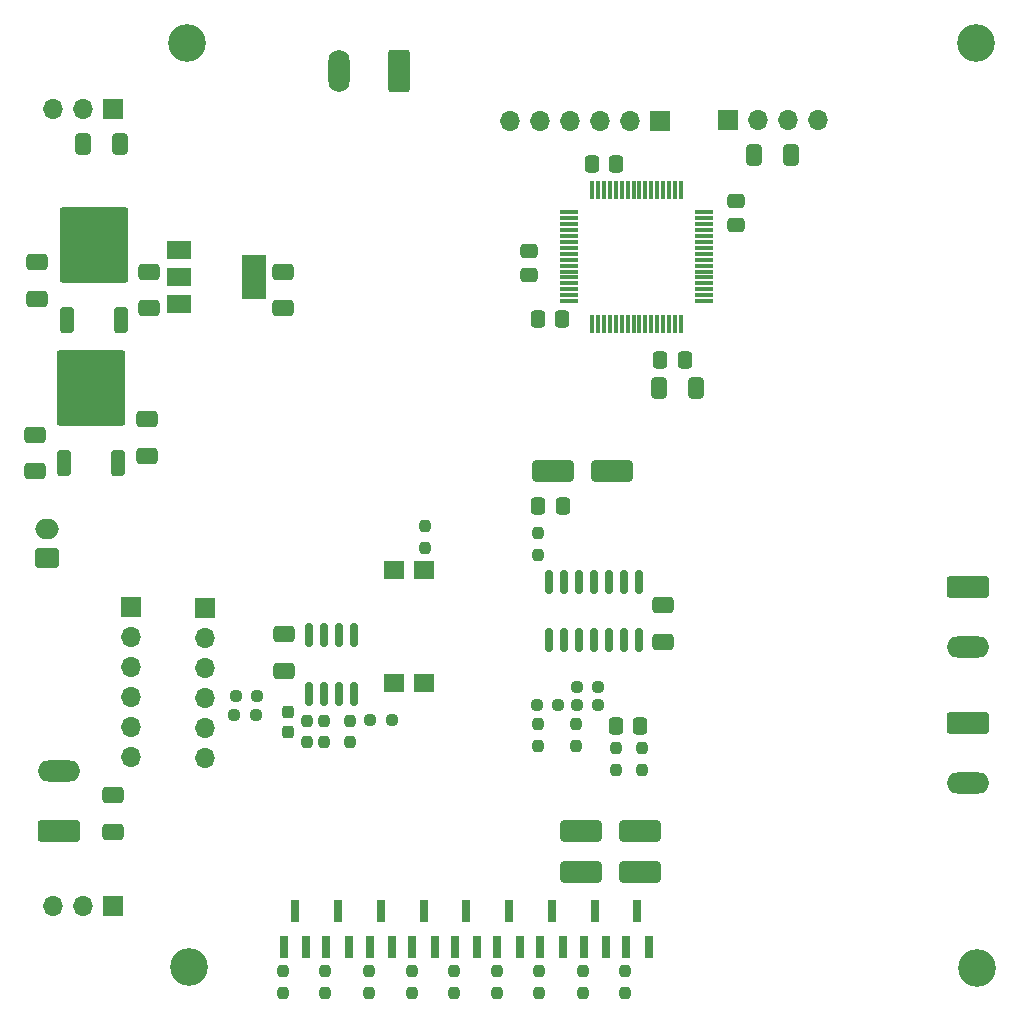
<source format=gbr>
%TF.GenerationSoftware,KiCad,Pcbnew,7.0.9*%
%TF.CreationDate,2024-06-22T09:01:39+05:30*%
%TF.ProjectId,BMS_LV_ADDON,424d535f-4c56-45f4-9144-444f4e2e6b69,rev?*%
%TF.SameCoordinates,Original*%
%TF.FileFunction,Soldermask,Top*%
%TF.FilePolarity,Negative*%
%FSLAX46Y46*%
G04 Gerber Fmt 4.6, Leading zero omitted, Abs format (unit mm)*
G04 Created by KiCad (PCBNEW 7.0.9) date 2024-06-22 09:01:39*
%MOMM*%
%LPD*%
G01*
G04 APERTURE LIST*
G04 Aperture macros list*
%AMRoundRect*
0 Rectangle with rounded corners*
0 $1 Rounding radius*
0 $2 $3 $4 $5 $6 $7 $8 $9 X,Y pos of 4 corners*
0 Add a 4 corners polygon primitive as box body*
4,1,4,$2,$3,$4,$5,$6,$7,$8,$9,$2,$3,0*
0 Add four circle primitives for the rounded corners*
1,1,$1+$1,$2,$3*
1,1,$1+$1,$4,$5*
1,1,$1+$1,$6,$7*
1,1,$1+$1,$8,$9*
0 Add four rect primitives between the rounded corners*
20,1,$1+$1,$2,$3,$4,$5,0*
20,1,$1+$1,$4,$5,$6,$7,0*
20,1,$1+$1,$6,$7,$8,$9,0*
20,1,$1+$1,$8,$9,$2,$3,0*%
G04 Aperture macros list end*
%ADD10R,1.700000X1.700000*%
%ADD11O,1.700000X1.700000*%
%ADD12RoundRect,0.250000X-0.412500X-0.650000X0.412500X-0.650000X0.412500X0.650000X-0.412500X0.650000X0*%
%ADD13RoundRect,0.250000X-0.337500X-0.475000X0.337500X-0.475000X0.337500X0.475000X-0.337500X0.475000X0*%
%ADD14RoundRect,0.075000X-0.700000X-0.075000X0.700000X-0.075000X0.700000X0.075000X-0.700000X0.075000X0*%
%ADD15RoundRect,0.075000X-0.075000X-0.700000X0.075000X-0.700000X0.075000X0.700000X-0.075000X0.700000X0*%
%ADD16RoundRect,0.250000X-0.475000X0.337500X-0.475000X-0.337500X0.475000X-0.337500X0.475000X0.337500X0*%
%ADD17RoundRect,0.250000X0.337500X0.475000X-0.337500X0.475000X-0.337500X-0.475000X0.337500X-0.475000X0*%
%ADD18RoundRect,0.237500X-0.237500X0.250000X-0.237500X-0.250000X0.237500X-0.250000X0.237500X0.250000X0*%
%ADD19RoundRect,0.237500X0.237500X-0.250000X0.237500X0.250000X-0.237500X0.250000X-0.237500X-0.250000X0*%
%ADD20RoundRect,0.237500X0.250000X0.237500X-0.250000X0.237500X-0.250000X-0.237500X0.250000X-0.237500X0*%
%ADD21RoundRect,0.237500X-0.250000X-0.237500X0.250000X-0.237500X0.250000X0.237500X-0.250000X0.237500X0*%
%ADD22RoundRect,0.250000X-1.500000X-0.650000X1.500000X-0.650000X1.500000X0.650000X-1.500000X0.650000X0*%
%ADD23RoundRect,0.150000X0.150000X-0.825000X0.150000X0.825000X-0.150000X0.825000X-0.150000X-0.825000X0*%
%ADD24RoundRect,0.250000X0.650000X-0.412500X0.650000X0.412500X-0.650000X0.412500X-0.650000X-0.412500X0*%
%ADD25R,2.000000X1.500000*%
%ADD26R,2.000000X3.800000*%
%ADD27RoundRect,0.250000X-0.650000X0.412500X-0.650000X-0.412500X0.650000X-0.412500X0.650000X0.412500X0*%
%ADD28RoundRect,0.250000X0.350000X-0.850000X0.350000X0.850000X-0.350000X0.850000X-0.350000X-0.850000X0*%
%ADD29RoundRect,0.249997X2.650003X-2.950003X2.650003X2.950003X-2.650003X2.950003X-2.650003X-2.950003X0*%
%ADD30RoundRect,0.237500X-0.237500X0.300000X-0.237500X-0.300000X0.237500X-0.300000X0.237500X0.300000X0*%
%ADD31RoundRect,0.250000X0.750000X-0.600000X0.750000X0.600000X-0.750000X0.600000X-0.750000X-0.600000X0*%
%ADD32O,2.000000X1.700000*%
%ADD33RoundRect,0.250000X1.550000X-0.650000X1.550000X0.650000X-1.550000X0.650000X-1.550000X-0.650000X0*%
%ADD34O,3.600000X1.800000*%
%ADD35R,1.780000X1.500000*%
%ADD36R,0.800000X1.900000*%
%ADD37RoundRect,0.250000X0.650000X1.550000X-0.650000X1.550000X-0.650000X-1.550000X0.650000X-1.550000X0*%
%ADD38O,1.800000X3.600000*%
%ADD39RoundRect,0.250000X-1.550000X0.650000X-1.550000X-0.650000X1.550000X-0.650000X1.550000X0.650000X0*%
%ADD40C,3.200000*%
G04 APERTURE END LIST*
D10*
%TO.C,J11*%
X54925000Y-10000000D03*
D11*
X52385000Y-10000000D03*
X49845000Y-10000000D03*
X47305000Y-10000000D03*
X44765000Y-10000000D03*
X42225000Y-10000000D03*
%TD*%
D12*
%TO.C,C19*%
X62875000Y-12900000D03*
X66000000Y-12900000D03*
%TD*%
D10*
%TO.C,J10*%
X60720000Y-9900000D03*
D11*
X63260000Y-9900000D03*
X65800000Y-9900000D03*
X68340000Y-9900000D03*
%TD*%
D13*
%TO.C,C18*%
X54925000Y-30200000D03*
X57000000Y-30200000D03*
%TD*%
D14*
%TO.C,U7*%
X47257500Y-17740000D03*
X47257500Y-18240000D03*
X47257500Y-18740000D03*
X47257500Y-19240000D03*
X47257500Y-19740000D03*
X47257500Y-20240000D03*
X47257500Y-20740000D03*
X47257500Y-21240000D03*
X47257500Y-21740000D03*
X47257500Y-22240000D03*
X47257500Y-22740000D03*
X47257500Y-23240000D03*
X47257500Y-23740000D03*
X47257500Y-24240000D03*
X47257500Y-24740000D03*
X47257500Y-25240000D03*
D15*
X49182500Y-27165000D03*
X49682500Y-27165000D03*
X50182500Y-27165000D03*
X50682500Y-27165000D03*
X51182500Y-27165000D03*
X51682500Y-27165000D03*
X52182500Y-27165000D03*
X52682500Y-27165000D03*
X53182500Y-27165000D03*
X53682500Y-27165000D03*
X54182500Y-27165000D03*
X54682500Y-27165000D03*
X55182500Y-27165000D03*
X55682500Y-27165000D03*
X56182500Y-27165000D03*
X56682500Y-27165000D03*
D14*
X58607500Y-25240000D03*
X58607500Y-24740000D03*
X58607500Y-24240000D03*
X58607500Y-23740000D03*
X58607500Y-23240000D03*
X58607500Y-22740000D03*
X58607500Y-22240000D03*
X58607500Y-21740000D03*
X58607500Y-21240000D03*
X58607500Y-20740000D03*
X58607500Y-20240000D03*
X58607500Y-19740000D03*
X58607500Y-19240000D03*
X58607500Y-18740000D03*
X58607500Y-18240000D03*
X58607500Y-17740000D03*
D15*
X56682500Y-15815000D03*
X56182500Y-15815000D03*
X55682500Y-15815000D03*
X55182500Y-15815000D03*
X54682500Y-15815000D03*
X54182500Y-15815000D03*
X53682500Y-15815000D03*
X53182500Y-15815000D03*
X52682500Y-15815000D03*
X52182500Y-15815000D03*
X51682500Y-15815000D03*
X51182500Y-15815000D03*
X50682500Y-15815000D03*
X50182500Y-15815000D03*
X49682500Y-15815000D03*
X49182500Y-15815000D03*
%TD*%
D16*
%TO.C,C17*%
X43800000Y-20962500D03*
X43800000Y-23037500D03*
%TD*%
D17*
%TO.C,C16*%
X46637500Y-26800000D03*
X44562500Y-26800000D03*
%TD*%
D16*
%TO.C,C15*%
X61400000Y-16762500D03*
X61400000Y-18837500D03*
%TD*%
D13*
%TO.C,C14*%
X49162500Y-13600000D03*
X51237500Y-13600000D03*
%TD*%
D12*
%TO.C,C13*%
X54837500Y-32600000D03*
X57962500Y-32600000D03*
%TD*%
D18*
%TO.C,R30*%
X44600000Y-44887500D03*
X44600000Y-46712500D03*
%TD*%
D19*
%TO.C,R29*%
X44600000Y-62912500D03*
X44600000Y-61087500D03*
%TD*%
D20*
%TO.C,R28*%
X46312500Y-59400000D03*
X44487500Y-59400000D03*
%TD*%
D19*
%TO.C,R27*%
X47800000Y-62912500D03*
X47800000Y-61087500D03*
%TD*%
D21*
%TO.C,R26*%
X47887500Y-57950000D03*
X49712500Y-57950000D03*
%TD*%
%TO.C,R25*%
X47887500Y-59460000D03*
X49712500Y-59460000D03*
%TD*%
D18*
%TO.C,R23*%
X53400000Y-63087500D03*
X53400000Y-64912500D03*
%TD*%
%TO.C,R22*%
X51200000Y-63087500D03*
X51200000Y-64912500D03*
%TD*%
D22*
%TO.C,D3*%
X45900000Y-39600000D03*
X50900000Y-39600000D03*
%TD*%
D13*
%TO.C,C12*%
X44617500Y-42600000D03*
X46692500Y-42600000D03*
%TD*%
%TO.C,C11*%
X51162500Y-61200000D03*
X53237500Y-61200000D03*
%TD*%
D23*
%TO.C,U6*%
X45510000Y-53950000D03*
X46780000Y-53950000D03*
X48050000Y-53950000D03*
X49320000Y-53950000D03*
X50590000Y-53950000D03*
X51860000Y-53950000D03*
X53130000Y-53950000D03*
X53130000Y-49000000D03*
X51860000Y-49000000D03*
X50590000Y-49000000D03*
X49320000Y-49000000D03*
X48050000Y-49000000D03*
X46780000Y-49000000D03*
X45510000Y-49000000D03*
%TD*%
D24*
%TO.C,C10*%
X55200000Y-54095000D03*
X55200000Y-50970000D03*
%TD*%
D25*
%TO.C,U5*%
X14207500Y-20900000D03*
D26*
X20507500Y-23200000D03*
D25*
X14207500Y-23200000D03*
X14207500Y-25500000D03*
%TD*%
D27*
%TO.C,C9*%
X23000000Y-22737500D03*
X23000000Y-25862500D03*
%TD*%
D28*
%TO.C,U4*%
X4695000Y-26825000D03*
X9255000Y-26825000D03*
D29*
X6975000Y-20525000D03*
%TD*%
D24*
%TO.C,C8*%
X11700000Y-25862500D03*
X11700000Y-22737500D03*
%TD*%
%TO.C,C7*%
X2200000Y-25062500D03*
X2200000Y-21937500D03*
%TD*%
D22*
%TO.C,D2*%
X48200000Y-73600000D03*
X53200000Y-73600000D03*
%TD*%
%TO.C,D1*%
X48200000Y-70100000D03*
X53200000Y-70100000D03*
%TD*%
D12*
%TO.C,C6*%
X6037500Y-11900000D03*
X9162500Y-11900000D03*
%TD*%
D27*
%TO.C,C5*%
X8600000Y-67037500D03*
X8600000Y-70162500D03*
%TD*%
D24*
%TO.C,C4*%
X11500000Y-38362500D03*
X11500000Y-35237500D03*
%TD*%
D27*
%TO.C,C3*%
X23117500Y-53437500D03*
X23117500Y-56562500D03*
%TD*%
D24*
%TO.C,C2*%
X2000000Y-39662500D03*
X2000000Y-36537500D03*
%TD*%
D30*
%TO.C,C1*%
X23400000Y-60037500D03*
X23400000Y-61762500D03*
%TD*%
D31*
%TO.C,J7*%
X3000000Y-47000000D03*
D32*
X3000000Y-44500000D03*
%TD*%
D33*
%TO.C,J9*%
X4000000Y-70080000D03*
D34*
X4000000Y-65000000D03*
%TD*%
D35*
%TO.C,U3*%
X34970000Y-48035000D03*
X32430000Y-48035000D03*
X32430000Y-57565000D03*
X34970000Y-57565000D03*
%TD*%
D19*
%TO.C,R24*%
X25000000Y-62612500D03*
X25000000Y-60787500D03*
%TD*%
D18*
%TO.C,R21*%
X35000000Y-44287500D03*
X35000000Y-46112500D03*
%TD*%
D19*
%TO.C,R20*%
X26500000Y-62612500D03*
X26500000Y-60787500D03*
%TD*%
D18*
%TO.C,R19*%
X33900000Y-81987500D03*
X33900000Y-83812500D03*
%TD*%
%TO.C,R18*%
X30300000Y-81987500D03*
X30300000Y-83812500D03*
%TD*%
%TO.C,R17*%
X26600000Y-81987500D03*
X26600000Y-83812500D03*
%TD*%
%TO.C,R16*%
X23000000Y-81987500D03*
X23000000Y-83812500D03*
%TD*%
D36*
%TO.C,Q9*%
X33950000Y-79900000D03*
X35850000Y-79900000D03*
X34900000Y-76900000D03*
%TD*%
%TO.C,Q8*%
X30340000Y-79900000D03*
X32240000Y-79900000D03*
X31290000Y-76900000D03*
%TD*%
%TO.C,Q7*%
X26680000Y-79900000D03*
X28580000Y-79900000D03*
X27630000Y-76900000D03*
%TD*%
%TO.C,Q6*%
X24020000Y-76900000D03*
X24970000Y-79900000D03*
X23070000Y-79900000D03*
%TD*%
D37*
%TO.C,J8*%
X32822000Y-5740000D03*
D38*
X27742000Y-5740000D03*
%TD*%
D39*
%TO.C,J6*%
X81000000Y-49477500D03*
D34*
X81000000Y-54557500D03*
%TD*%
D39*
%TO.C,J5*%
X81000000Y-61000000D03*
D34*
X81000000Y-66080000D03*
%TD*%
D18*
%TO.C,R13*%
X44700000Y-81987500D03*
X44700000Y-83812500D03*
%TD*%
D20*
%TO.C,R1*%
X32225000Y-60700000D03*
X30400000Y-60700000D03*
%TD*%
D36*
%TO.C,Q3*%
X44800000Y-79900000D03*
X46700000Y-79900000D03*
X45750000Y-76900000D03*
%TD*%
D10*
%TO.C,J3*%
X8600000Y-76450000D03*
D11*
X6060000Y-76450000D03*
X3520000Y-76450000D03*
%TD*%
D18*
%TO.C,R15*%
X52000000Y-81987500D03*
X52000000Y-83812500D03*
%TD*%
D19*
%TO.C,R2*%
X28700000Y-62612500D03*
X28700000Y-60787500D03*
%TD*%
D10*
%TO.C,J4*%
X8615000Y-8938000D03*
D11*
X6075000Y-8938000D03*
X3535000Y-8938000D03*
%TD*%
D36*
%TO.C,Q2*%
X41150000Y-79900000D03*
X43050000Y-79900000D03*
X42100000Y-76900000D03*
%TD*%
D10*
%TO.C,J1*%
X10150000Y-51100000D03*
D11*
X10150000Y-53640000D03*
X10150000Y-56180000D03*
X10150000Y-58720000D03*
X10150000Y-61260000D03*
X10150000Y-63800000D03*
%TD*%
D18*
%TO.C,R11*%
X37500000Y-81987500D03*
X37500000Y-83812500D03*
%TD*%
%TO.C,R12*%
X41100000Y-81987500D03*
X41100000Y-83812500D03*
%TD*%
D40*
%TO.C,H1*%
X14863000Y-3400000D03*
%TD*%
D18*
%TO.C,R14*%
X48400000Y-81987500D03*
X48400000Y-83812500D03*
%TD*%
D20*
%TO.C,R4*%
X20712500Y-60300000D03*
X18887500Y-60300000D03*
%TD*%
D40*
%TO.C,H3*%
X15060000Y-81660000D03*
%TD*%
D36*
%TO.C,Q5*%
X53000000Y-76900000D03*
X53950000Y-79900000D03*
X52050000Y-79900000D03*
%TD*%
D28*
%TO.C,U2*%
X4495000Y-38925000D03*
D29*
X6775000Y-32625000D03*
D28*
X9055000Y-38925000D03*
%TD*%
D23*
%TO.C,U1*%
X25212500Y-53525000D03*
X26482500Y-53525000D03*
X27752500Y-53525000D03*
X29022500Y-53525000D03*
X29022500Y-58475000D03*
X27752500Y-58475000D03*
X26482500Y-58475000D03*
X25212500Y-58475000D03*
%TD*%
D36*
%TO.C,Q4*%
X48450000Y-79900000D03*
X50350000Y-79900000D03*
X49400000Y-76900000D03*
%TD*%
%TO.C,Q1*%
X37550000Y-79900000D03*
X39450000Y-79900000D03*
X38500000Y-76900000D03*
%TD*%
D10*
%TO.C,J2*%
X16400000Y-51230000D03*
D11*
X16400000Y-53770000D03*
X16400000Y-56310000D03*
X16400000Y-58850000D03*
X16400000Y-61390000D03*
X16400000Y-63930000D03*
%TD*%
D40*
%TO.C,H4*%
X81750000Y-81720000D03*
%TD*%
D21*
%TO.C,R3*%
X18987500Y-58700000D03*
X20812500Y-58700000D03*
%TD*%
D40*
%TO.C,H2*%
X81720000Y-3400000D03*
%TD*%
M02*

</source>
